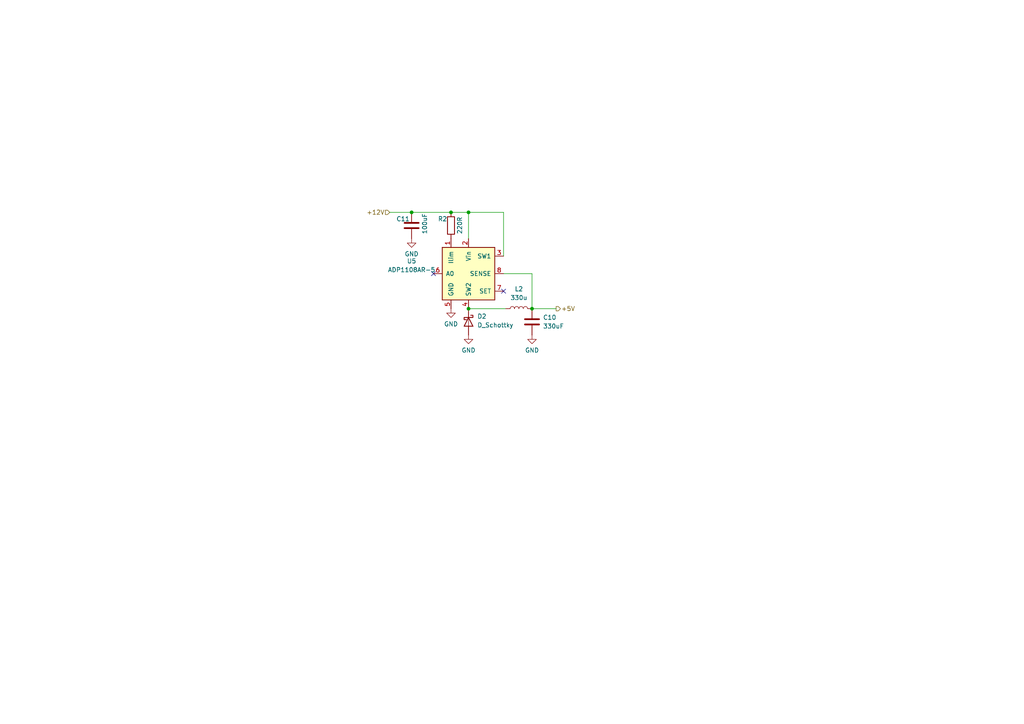
<source format=kicad_sch>
(kicad_sch (version 20231120) (generator "eeschema") (generator_version "8.0")
  (paper "A4")
  (lib_symbols
    (symbol "Device:C" (pin_numbers hide) (pin_names (offset 0.254))
      (property "Reference" "C" (at 0.635 2.54 0))
      (property "Value" "C" (at 0.635 -2.54 0))
      (symbol "C_0_1"
        (polyline (pts (xy -2.032 -0.762) (xy 2.032 -0.762)) (stroke (width 0.508)))
        (polyline (pts (xy -2.032 0.762) (xy 2.032 0.762)) (stroke (width 0.508)))
      )
      (symbol "C_1_1"
        (pin passive line (at 0 3.81 270) (length 2.794) (name "~") (number "1"))
        (pin passive line (at 0 -3.81 90) (length 2.794) (name "~") (number "2"))
      )
    )
    (symbol "Device:D_Schottky" (pin_numbers hide) (pin_names (offset 1.016) hide)
      (property "Reference" "D" (at 0 2.54 0))
      (property "Value" "D_Schottky" (at 0 -2.54 0))
      (symbol "D_Schottky_0_1"
        (polyline (pts (xy 1.27 0) (xy -1.27 0)))
        (polyline (pts (xy 1.27 1.27) (xy 1.27 -1.27) (xy -1.27 0) (xy 1.27 1.27)) (stroke (width 0.254)))
        (polyline (pts (xy -1.905 0.635) (xy -1.905 1.27) (xy -1.27 1.27) (xy -1.27 -1.27) (xy -0.635 -1.27) (xy -0.635 -0.635)) (stroke (width 0.254)))
      )
      (symbol "D_Schottky_1_1"
        (pin passive line (at -3.81 0 0) (length 2.54) (name "K") (number "1"))
        (pin passive line (at 3.81 0 180) (length 2.54) (name "A") (number "2"))
      )
    )
    (symbol "Device:L" (pin_numbers hide) (pin_names (offset 1.016) hide)
      (property "Reference" "L" (at -1.27 0 90))
      (property "Value" "L" (at 1.905 0 90))
      (symbol "L_0_1"
        (arc (start 0 -2.54) (mid 0.6323 -1.905) (end 0 -1.27))
        (arc (start 0 -1.27) (mid 0.6323 -0.635) (end 0 0))
        (arc (start 0 0) (mid 0.6323 0.635) (end 0 1.27))
        (arc (start 0 1.27) (mid 0.6323 1.905) (end 0 2.54))
      )
      (symbol "L_1_1"
        (pin passive line (at 0 3.81 270) (length 1.27) (name "1") (number "1"))
        (pin passive line (at 0 -3.81 90) (length 1.27) (name "2") (number "2"))
      )
    )
    (symbol "Device:R" (pin_numbers hide) (pin_names (offset 0))
      (property "Reference" "R" (at 2.032 0 90))
      (property "Value" "R" (at 0 0 90))
      (symbol "R_0_1"
        (rectangle (start -1.016 -2.54) (end 1.016 2.54) (stroke (width 0.254)))
      )
      (symbol "R_1_1"
        (pin passive line (at 0 3.81 270) (length 1.27) (name "~") (number "1"))
        (pin passive line (at 0 -3.81 90) (length 1.27) (name "~") (number "2"))
      )
    )
    (symbol "Regulator_Switching:ADP1108AR-5" (pin_names (offset 1.016))
      (property "Reference" "U" (at 1.27 10.795 0))
      (property "Value" "ADP1108AR-5" (at 1.27 8.89 0))
      (symbol "ADP1108AR-5_0_1"
        (rectangle (start -7.62 7.62) (end 7.62 -7.62) (stroke (width 0.254)) (fill (type background)))
      )
      (symbol "ADP1108AR-5_1_1"
        (pin input line (at -5.08 10.16 270) (length 2.54) (name "Ilim") (number "1"))
        (pin power_in line (at 0 10.16 270) (length 2.54) (name "Vin") (number "2"))
        (pin input line (at 10.16 5.08 180) (length 2.54) (name "SW1") (number "3"))
        (pin input line (at 0 -10.16 90) (length 2.54) (name "SW2") (number "4"))
        (pin power_in line (at -5.08 -10.16 90) (length 2.54) (name "GND") (number "5"))
        (pin output line (at -10.16 0 0) (length 2.54) (name "A0") (number "6"))
        (pin input line (at 10.16 -5.08 180) (length 2.54) (name "SET") (number "7"))
        (pin input line (at 10.16 0 180) (length 2.54) (name "SENSE") (number "8"))
      )
    )
    (symbol "power:GND" (power) (pin_names (offset 0))
      (property "Value" "GND" (at 0 -3.81 0))
      (symbol "GND_0_1"
        (polyline (pts (xy 0 0) (xy 0 -1.27) (xy 1.27 -1.27) (xy 0 -2.54) (xy -1.27 -1.27) (xy 0 -1.27)))
      )
      (symbol "GND_1_1"
        (pin power_in line (at 0 0 270) (length 0) hide (name "GND") (number "1"))
      )
    )
  )
  (junction (at 119.38 61.595))
  (junction (at 154.305 89.535))
  (junction (at 135.89 89.535))
  (junction (at 130.81 61.595))
  (junction (at 135.89 61.595))
  (no_connect (at 125.73 79.375))
  (no_connect (at 146.05 84.455))
  (wire (pts (xy 135.89 89.535) (xy 146.685 89.535)))
  (wire (pts (xy 154.305 79.375) (xy 146.05 79.375)))
  (wire (pts (xy 135.89 61.595) (xy 146.05 61.595)))
  (wire (pts (xy 119.38 61.595) (xy 130.81 61.595)))
  (wire (pts (xy 146.05 61.595) (xy 146.05 74.295)))
  (wire (pts (xy 113.03 61.595) (xy 119.38 61.595)))
  (wire (pts (xy 154.305 89.535) (xy 161.29 89.535)))
  (wire (pts (xy 135.89 61.595) (xy 135.89 69.215)))
  (wire (pts (xy 154.305 89.535) (xy 154.305 79.375)))
  (wire (pts (xy 130.81 61.595) (xy 135.89 61.595)))
  (hierarchical_label "+5V" (shape output) (at 161.29 89.535 0))
  (hierarchical_label "+12V" (shape input) (at 113.03 61.595 180))
  (symbol (lib_id "Device:L") (at 150.495 89.535 90) (unit 1)
    (property "Reference" "L2" (at 150.495 83.82 90))
    (property "Value" "330u" (at 150.495 86.36 90))
    (property "Footprint" "Inductor_SMD:L_0603_1608Metric" (effects (hide yes)))
  )
  (symbol (lib_id "Device:C") (at 119.38 65.405 0) (unit 1)
    (property "Reference" "C11" (at 114.935 63.5 0) (effects (justify left)))
    (property "Value" "100uF" (at 123.19 67.945 90) (effects (justify left)))
    (property "Footprint" "Capacitor_SMD:C_1206_3216Metric" (effects (hide yes)))
  )
  (symbol (lib_id "power:GND") (at 135.89 97.155 0) (unit 1)
    (property "Reference" "#PWR029" (effects (hide yes)))
    (property "Value" "GND" (at 135.89 101.6 0))
  )
  (symbol (lib_id "power:GND") (at 119.38 69.215 0) (unit 1)
    (property "Reference" "#PWR016" (effects (hide yes)))
    (property "Value" "GND" (at 119.38 73.66 0))
  )
  (symbol (lib_id "power:GND") (at 154.305 97.155 0) (unit 1)
    (property "Reference" "#PWR0101" (effects (hide yes)))
    (property "Value" "GND" (at 154.305 101.6 0))
  )
  (symbol (lib_id "Device:C") (at 154.305 93.345 0) (unit 1)
    (property "Reference" "C10" (at 157.48 92.075 0) (effects (justify left)))
    (property "Value" "330uF" (at 157.48 94.615 0) (effects (justify left)))
    (property "Footprint" "Capacitor_SMD:C_0603_1608Metric" (effects (hide yes)))
  )
  (symbol (lib_id "Regulator_Switching:ADP1108AR-5") (at 135.89 79.375 0) (unit 1)
    (property "Reference" "U5" (at 119.38 75.7271 0))
    (property "Value" "ADP1108AR-5" (at 119.38 78.2671 0))
    (property "Footprint" "Package_SO:SOIC-8_3.9x4.9mm_P1.27mm" (effects (hide yes)))
    (property "Datasheet" "https://www.analog.com/media/en/technical-documentation/data-sheets/ADP1108.pdf" (effects (hide yes)))
  )
  (symbol (lib_id "Device:D_Schottky") (at 135.89 93.345 270) (unit 1)
    (property "Reference" "D2" (at 138.43 91.7575 90) (effects (justify left)))
    (property "Value" "D_Schottky" (at 138.43 94.2975 90) (effects (justify left)))
    (property "Footprint" "Diode_SMD:D_0402_1005Metric" (effects (hide yes)))
  )
  (symbol (lib_id "power:GND") (at 130.81 89.535 0) (unit 1)
    (property "Reference" "#PWR020" (effects (hide yes)))
    (property "Value" "GND" (at 130.81 93.98 0))
  )
  (symbol (lib_id "Device:R") (at 130.81 65.405 0) (unit 1)
    (property "Reference" "R2" (at 127 63.5 0) (effects (justify left)))
    (property "Value" "220R" (at 133.35 67.945 90) (effects (justify left)))
    (property "Footprint" "Resistor_SMD:R_0603_1608Metric" (effects (hide yes)))
  )
)
</source>
